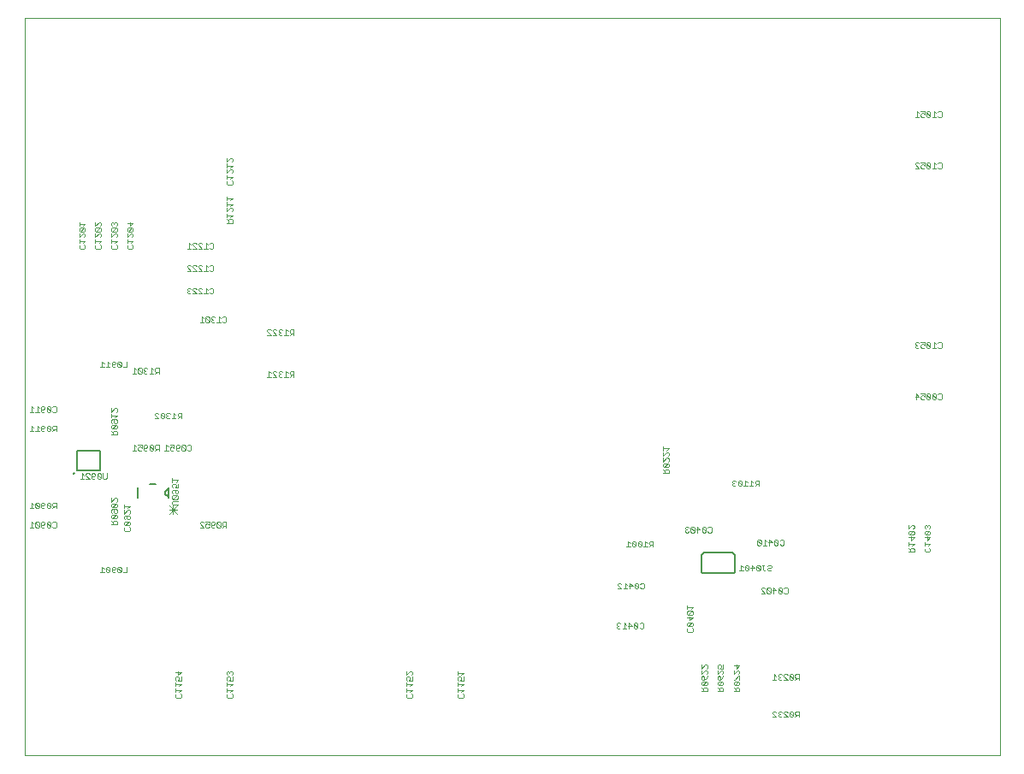
<source format=gbo>
G75*
%MOIN*%
%OFA0B0*%
%FSLAX25Y25*%
%IPPOS*%
%LPD*%
%AMOC8*
5,1,8,0,0,1.08239X$1,22.5*
%
%ADD10C,0.00000*%
%ADD11C,0.00200*%
%ADD12C,0.00600*%
%ADD13C,0.00492*%
%ADD14C,0.00500*%
%ADD15C,0.00300*%
D10*
X0025625Y0086626D02*
X0025625Y0374126D01*
X0405625Y0374126D01*
X0405625Y0086626D01*
X0025625Y0086626D01*
D11*
X0084475Y0109593D02*
X0084475Y0110327D01*
X0084842Y0110694D01*
X0084475Y0111436D02*
X0084475Y0112904D01*
X0084475Y0112170D02*
X0086677Y0112170D01*
X0085943Y0111436D01*
X0086310Y0110694D02*
X0086677Y0110327D01*
X0086677Y0109593D01*
X0086310Y0109226D01*
X0084842Y0109226D01*
X0084475Y0109593D01*
X0084475Y0113646D02*
X0084475Y0115114D01*
X0084475Y0114380D02*
X0086677Y0114380D01*
X0085943Y0113646D01*
X0085576Y0115856D02*
X0085943Y0116590D01*
X0085943Y0116957D01*
X0085576Y0117324D01*
X0084842Y0117324D01*
X0084475Y0116957D01*
X0084475Y0116223D01*
X0084842Y0115856D01*
X0085576Y0115856D02*
X0086677Y0115856D01*
X0086677Y0117324D01*
X0085576Y0118066D02*
X0085576Y0119534D01*
X0086677Y0119167D02*
X0085576Y0118066D01*
X0084475Y0119167D02*
X0086677Y0119167D01*
X0104475Y0119167D02*
X0104475Y0118433D01*
X0104842Y0118066D01*
X0104842Y0117324D02*
X0104475Y0116957D01*
X0104475Y0116223D01*
X0104842Y0115856D01*
X0105576Y0115856D02*
X0105943Y0116590D01*
X0105943Y0116957D01*
X0105576Y0117324D01*
X0104842Y0117324D01*
X0105576Y0115856D02*
X0106677Y0115856D01*
X0106677Y0117324D01*
X0106310Y0118066D02*
X0106677Y0118433D01*
X0106677Y0119167D01*
X0106310Y0119534D01*
X0105943Y0119534D01*
X0105576Y0119167D01*
X0105209Y0119534D01*
X0104842Y0119534D01*
X0104475Y0119167D01*
X0105576Y0119167D02*
X0105576Y0118800D01*
X0104475Y0115114D02*
X0104475Y0113646D01*
X0104475Y0114380D02*
X0106677Y0114380D01*
X0105943Y0113646D01*
X0104475Y0112904D02*
X0104475Y0111436D01*
X0104475Y0112170D02*
X0106677Y0112170D01*
X0105943Y0111436D01*
X0106310Y0110694D02*
X0106677Y0110327D01*
X0106677Y0109593D01*
X0106310Y0109226D01*
X0104842Y0109226D01*
X0104475Y0109593D01*
X0104475Y0110327D01*
X0104842Y0110694D01*
X0065525Y0157976D02*
X0064057Y0157976D01*
X0063315Y0158343D02*
X0061847Y0159811D01*
X0061847Y0158343D01*
X0062214Y0157976D01*
X0062948Y0157976D01*
X0063315Y0158343D01*
X0063315Y0159811D01*
X0062948Y0160178D01*
X0062214Y0160178D01*
X0061847Y0159811D01*
X0061105Y0159811D02*
X0061105Y0159444D01*
X0060738Y0159077D01*
X0059637Y0159077D01*
X0059637Y0158343D02*
X0059637Y0159811D01*
X0060004Y0160178D01*
X0060738Y0160178D01*
X0061105Y0159811D01*
X0061105Y0158343D02*
X0060738Y0157976D01*
X0060004Y0157976D01*
X0059637Y0158343D01*
X0058895Y0158343D02*
X0057427Y0159811D01*
X0057427Y0158343D01*
X0057794Y0157976D01*
X0058528Y0157976D01*
X0058895Y0158343D01*
X0058895Y0159811D01*
X0058528Y0160178D01*
X0057794Y0160178D01*
X0057427Y0159811D01*
X0056685Y0159444D02*
X0055952Y0160178D01*
X0055952Y0157976D01*
X0056685Y0157976D02*
X0055218Y0157976D01*
X0065525Y0157976D02*
X0065525Y0160178D01*
X0064842Y0174226D02*
X0064475Y0174593D01*
X0064475Y0175327D01*
X0064842Y0175694D01*
X0064842Y0176436D02*
X0066310Y0177904D01*
X0064842Y0177904D01*
X0064475Y0177537D01*
X0064475Y0176803D01*
X0064842Y0176436D01*
X0066310Y0176436D01*
X0066677Y0176803D01*
X0066677Y0177537D01*
X0066310Y0177904D01*
X0066310Y0178646D02*
X0065943Y0178646D01*
X0065576Y0179013D01*
X0065576Y0180114D01*
X0066310Y0180114D02*
X0066677Y0179747D01*
X0066677Y0179013D01*
X0066310Y0178646D01*
X0064842Y0178646D02*
X0064475Y0179013D01*
X0064475Y0179747D01*
X0064842Y0180114D01*
X0066310Y0180114D01*
X0066310Y0180856D02*
X0066677Y0181223D01*
X0066677Y0181957D01*
X0066310Y0182324D01*
X0065943Y0182324D01*
X0064475Y0180856D01*
X0064475Y0182324D01*
X0064475Y0183066D02*
X0064475Y0184534D01*
X0064475Y0183800D02*
X0066677Y0183800D01*
X0065943Y0183066D01*
X0061677Y0183723D02*
X0061677Y0184457D01*
X0061310Y0184824D01*
X0059842Y0183356D01*
X0059475Y0183723D01*
X0059475Y0184457D01*
X0059842Y0184824D01*
X0061310Y0184824D01*
X0061310Y0185566D02*
X0061677Y0185933D01*
X0061677Y0186667D01*
X0061310Y0187034D01*
X0060943Y0187034D01*
X0059475Y0185566D01*
X0059475Y0187034D01*
X0059842Y0183356D02*
X0061310Y0183356D01*
X0061677Y0183723D01*
X0061310Y0182614D02*
X0061677Y0182247D01*
X0061677Y0181513D01*
X0061310Y0181146D01*
X0060943Y0181146D01*
X0060576Y0181513D01*
X0060576Y0182614D01*
X0059842Y0182614D02*
X0061310Y0182614D01*
X0059842Y0182614D02*
X0059475Y0182247D01*
X0059475Y0181513D01*
X0059842Y0181146D01*
X0059842Y0180404D02*
X0059475Y0180037D01*
X0059475Y0179303D01*
X0059842Y0178936D01*
X0061310Y0180404D01*
X0059842Y0180404D01*
X0059842Y0178936D02*
X0061310Y0178936D01*
X0061677Y0179303D01*
X0061677Y0180037D01*
X0061310Y0180404D01*
X0061310Y0178194D02*
X0060576Y0178194D01*
X0060209Y0177827D01*
X0060209Y0176726D01*
X0059475Y0176726D02*
X0061677Y0176726D01*
X0061677Y0177827D01*
X0061310Y0178194D01*
X0060209Y0177460D02*
X0059475Y0178194D01*
X0064842Y0174226D02*
X0066310Y0174226D01*
X0066677Y0174593D01*
X0066677Y0175327D01*
X0066310Y0175694D01*
X0083225Y0184743D02*
X0083225Y0185477D01*
X0083592Y0185844D01*
X0085427Y0185844D01*
X0085060Y0186586D02*
X0085427Y0186953D01*
X0085427Y0187687D01*
X0085060Y0188054D01*
X0083592Y0186586D01*
X0083225Y0186953D01*
X0083225Y0187687D01*
X0083592Y0188054D01*
X0085060Y0188054D01*
X0085060Y0188796D02*
X0084693Y0188796D01*
X0084326Y0189163D01*
X0084326Y0190264D01*
X0085060Y0190264D02*
X0085427Y0189897D01*
X0085427Y0189163D01*
X0085060Y0188796D01*
X0083592Y0188796D02*
X0083225Y0189163D01*
X0083225Y0189897D01*
X0083592Y0190264D01*
X0085060Y0190264D01*
X0085427Y0191006D02*
X0084326Y0191006D01*
X0084693Y0191740D01*
X0084693Y0192107D01*
X0084326Y0192474D01*
X0083592Y0192474D01*
X0083225Y0192107D01*
X0083225Y0191373D01*
X0083592Y0191006D01*
X0085427Y0191006D02*
X0085427Y0192474D01*
X0084693Y0193216D02*
X0085427Y0193950D01*
X0083225Y0193950D01*
X0083225Y0193216D02*
X0083225Y0194684D01*
X0083592Y0186586D02*
X0085060Y0186586D01*
X0085427Y0184376D02*
X0083592Y0184376D01*
X0083225Y0184743D01*
X0093968Y0177311D02*
X0094335Y0177678D01*
X0095069Y0177678D01*
X0095435Y0177311D01*
X0096177Y0177678D02*
X0097645Y0177678D01*
X0097645Y0176577D01*
X0096911Y0176944D01*
X0096544Y0176944D01*
X0096177Y0176577D01*
X0096177Y0175843D01*
X0096544Y0175476D01*
X0097278Y0175476D01*
X0097645Y0175843D01*
X0098387Y0175843D02*
X0098387Y0177311D01*
X0098754Y0177678D01*
X0099488Y0177678D01*
X0099855Y0177311D01*
X0099855Y0176944D01*
X0099488Y0176577D01*
X0098387Y0176577D01*
X0098387Y0175843D02*
X0098754Y0175476D01*
X0099488Y0175476D01*
X0099855Y0175843D01*
X0100597Y0175843D02*
X0100964Y0175476D01*
X0101698Y0175476D01*
X0102065Y0175843D01*
X0100597Y0177311D01*
X0100597Y0175843D01*
X0102065Y0175843D02*
X0102065Y0177311D01*
X0101698Y0177678D01*
X0100964Y0177678D01*
X0100597Y0177311D01*
X0102807Y0177311D02*
X0102807Y0176577D01*
X0103174Y0176210D01*
X0104275Y0176210D01*
X0104275Y0175476D02*
X0104275Y0177678D01*
X0103174Y0177678D01*
X0102807Y0177311D01*
X0103541Y0176210D02*
X0102807Y0175476D01*
X0095435Y0175476D02*
X0093968Y0176944D01*
X0093968Y0177311D01*
X0093968Y0175476D02*
X0095435Y0175476D01*
X0090158Y0205476D02*
X0089424Y0205476D01*
X0089057Y0205843D01*
X0088315Y0205843D02*
X0086847Y0207311D01*
X0086847Y0205843D01*
X0087214Y0205476D01*
X0087948Y0205476D01*
X0088315Y0205843D01*
X0088315Y0207311D01*
X0087948Y0207678D01*
X0087214Y0207678D01*
X0086847Y0207311D01*
X0086105Y0207311D02*
X0086105Y0206944D01*
X0085738Y0206577D01*
X0084637Y0206577D01*
X0084637Y0205843D02*
X0084637Y0207311D01*
X0085004Y0207678D01*
X0085738Y0207678D01*
X0086105Y0207311D01*
X0086105Y0205843D02*
X0085738Y0205476D01*
X0085004Y0205476D01*
X0084637Y0205843D01*
X0083895Y0205843D02*
X0083528Y0205476D01*
X0082794Y0205476D01*
X0082427Y0205843D01*
X0082427Y0206577D01*
X0082794Y0206944D01*
X0083161Y0206944D01*
X0083895Y0206577D01*
X0083895Y0207678D01*
X0082427Y0207678D01*
X0081685Y0206944D02*
X0080952Y0207678D01*
X0080952Y0205476D01*
X0081685Y0205476D02*
X0080218Y0205476D01*
X0078025Y0205476D02*
X0078025Y0207678D01*
X0076924Y0207678D01*
X0076557Y0207311D01*
X0076557Y0206577D01*
X0076924Y0206210D01*
X0078025Y0206210D01*
X0077291Y0206210D02*
X0076557Y0205476D01*
X0075815Y0205843D02*
X0074347Y0207311D01*
X0074347Y0205843D01*
X0074714Y0205476D01*
X0075448Y0205476D01*
X0075815Y0205843D01*
X0075815Y0207311D01*
X0075448Y0207678D01*
X0074714Y0207678D01*
X0074347Y0207311D01*
X0073605Y0207311D02*
X0073238Y0207678D01*
X0072504Y0207678D01*
X0072137Y0207311D01*
X0072137Y0205843D01*
X0072504Y0205476D01*
X0073238Y0205476D01*
X0073605Y0205843D01*
X0073238Y0206577D02*
X0072137Y0206577D01*
X0071395Y0206577D02*
X0070661Y0206944D01*
X0070294Y0206944D01*
X0069927Y0206577D01*
X0069927Y0205843D01*
X0070294Y0205476D01*
X0071028Y0205476D01*
X0071395Y0205843D01*
X0071395Y0206577D02*
X0071395Y0207678D01*
X0069927Y0207678D01*
X0069185Y0206944D02*
X0068452Y0207678D01*
X0068452Y0205476D01*
X0069185Y0205476D02*
X0067718Y0205476D01*
X0073238Y0206577D02*
X0073605Y0206944D01*
X0073605Y0207311D01*
X0061677Y0211726D02*
X0061677Y0212827D01*
X0061310Y0213194D01*
X0060576Y0213194D01*
X0060209Y0212827D01*
X0060209Y0211726D01*
X0059475Y0211726D02*
X0061677Y0211726D01*
X0060209Y0212460D02*
X0059475Y0213194D01*
X0059842Y0213936D02*
X0061310Y0215404D01*
X0059842Y0215404D01*
X0059475Y0215037D01*
X0059475Y0214303D01*
X0059842Y0213936D01*
X0061310Y0213936D01*
X0061677Y0214303D01*
X0061677Y0215037D01*
X0061310Y0215404D01*
X0061310Y0216146D02*
X0060943Y0216146D01*
X0060576Y0216513D01*
X0060576Y0217614D01*
X0061310Y0217614D02*
X0061677Y0217247D01*
X0061677Y0216513D01*
X0061310Y0216146D01*
X0059842Y0216146D02*
X0059475Y0216513D01*
X0059475Y0217247D01*
X0059842Y0217614D01*
X0061310Y0217614D01*
X0060943Y0218356D02*
X0061677Y0219090D01*
X0059475Y0219090D01*
X0059475Y0218356D02*
X0059475Y0219824D01*
X0059475Y0220566D02*
X0060943Y0222034D01*
X0061310Y0222034D01*
X0061677Y0221667D01*
X0061677Y0220933D01*
X0061310Y0220566D01*
X0059475Y0220566D02*
X0059475Y0222034D01*
X0076468Y0219811D02*
X0076835Y0220178D01*
X0077569Y0220178D01*
X0077935Y0219811D01*
X0078677Y0219811D02*
X0080145Y0218343D01*
X0079778Y0217976D01*
X0079044Y0217976D01*
X0078677Y0218343D01*
X0078677Y0219811D01*
X0079044Y0220178D01*
X0079778Y0220178D01*
X0080145Y0219811D01*
X0080145Y0218343D01*
X0080887Y0218343D02*
X0081254Y0217976D01*
X0081988Y0217976D01*
X0082355Y0218343D01*
X0083097Y0217976D02*
X0084565Y0217976D01*
X0083831Y0217976D02*
X0083831Y0220178D01*
X0084565Y0219444D01*
X0085307Y0219811D02*
X0085307Y0219077D01*
X0085674Y0218710D01*
X0086775Y0218710D01*
X0086775Y0217976D02*
X0086775Y0220178D01*
X0085674Y0220178D01*
X0085307Y0219811D01*
X0086041Y0218710D02*
X0085307Y0217976D01*
X0082355Y0219811D02*
X0081988Y0220178D01*
X0081254Y0220178D01*
X0080887Y0219811D01*
X0080887Y0219444D01*
X0081254Y0219077D01*
X0080887Y0218710D01*
X0080887Y0218343D01*
X0081254Y0219077D02*
X0081621Y0219077D01*
X0077935Y0217976D02*
X0076468Y0219444D01*
X0076468Y0219811D01*
X0076468Y0217976D02*
X0077935Y0217976D01*
X0089057Y0207311D02*
X0089424Y0207678D01*
X0090158Y0207678D01*
X0090525Y0207311D01*
X0090525Y0205843D01*
X0090158Y0205476D01*
X0057637Y0196607D02*
X0057637Y0194772D01*
X0057270Y0194405D01*
X0056536Y0194405D01*
X0056170Y0194772D01*
X0056170Y0196607D01*
X0055428Y0196240D02*
X0055061Y0196607D01*
X0054327Y0196607D01*
X0053960Y0196240D01*
X0055428Y0194772D01*
X0055061Y0194405D01*
X0054327Y0194405D01*
X0053960Y0194772D01*
X0053960Y0196240D01*
X0053218Y0196240D02*
X0053218Y0195873D01*
X0052851Y0195506D01*
X0051750Y0195506D01*
X0051750Y0194772D02*
X0051750Y0196240D01*
X0052117Y0196607D01*
X0052851Y0196607D01*
X0053218Y0196240D01*
X0053218Y0194772D02*
X0052851Y0194405D01*
X0052117Y0194405D01*
X0051750Y0194772D01*
X0051008Y0194405D02*
X0049540Y0195873D01*
X0049540Y0196240D01*
X0049907Y0196607D01*
X0050641Y0196607D01*
X0051008Y0196240D01*
X0051008Y0194405D02*
X0049540Y0194405D01*
X0048798Y0194405D02*
X0047330Y0194405D01*
X0048064Y0194405D02*
X0048064Y0196607D01*
X0048798Y0195873D01*
X0055428Y0196240D02*
X0055428Y0194772D01*
X0038025Y0185178D02*
X0038025Y0182976D01*
X0038025Y0183710D02*
X0036924Y0183710D01*
X0036557Y0184077D01*
X0036557Y0184811D01*
X0036924Y0185178D01*
X0038025Y0185178D01*
X0037291Y0183710D02*
X0036557Y0182976D01*
X0035815Y0183343D02*
X0034347Y0184811D01*
X0034347Y0183343D01*
X0034714Y0182976D01*
X0035448Y0182976D01*
X0035815Y0183343D01*
X0035815Y0184811D01*
X0035448Y0185178D01*
X0034714Y0185178D01*
X0034347Y0184811D01*
X0033605Y0184811D02*
X0033605Y0184444D01*
X0033238Y0184077D01*
X0032137Y0184077D01*
X0032137Y0183343D02*
X0032137Y0184811D01*
X0032504Y0185178D01*
X0033238Y0185178D01*
X0033605Y0184811D01*
X0033605Y0183343D02*
X0033238Y0182976D01*
X0032504Y0182976D01*
X0032137Y0183343D01*
X0031395Y0183343D02*
X0029927Y0184811D01*
X0029927Y0183343D01*
X0030294Y0182976D01*
X0031028Y0182976D01*
X0031395Y0183343D01*
X0031395Y0184811D01*
X0031028Y0185178D01*
X0030294Y0185178D01*
X0029927Y0184811D01*
X0029185Y0184444D02*
X0028452Y0185178D01*
X0028452Y0182976D01*
X0029185Y0182976D02*
X0027718Y0182976D01*
X0028452Y0177678D02*
X0028452Y0175476D01*
X0029185Y0175476D02*
X0027718Y0175476D01*
X0029185Y0176944D02*
X0028452Y0177678D01*
X0029927Y0177311D02*
X0031395Y0175843D01*
X0031028Y0175476D01*
X0030294Y0175476D01*
X0029927Y0175843D01*
X0029927Y0177311D01*
X0030294Y0177678D01*
X0031028Y0177678D01*
X0031395Y0177311D01*
X0031395Y0175843D01*
X0032137Y0175843D02*
X0032137Y0177311D01*
X0032504Y0177678D01*
X0033238Y0177678D01*
X0033605Y0177311D01*
X0033605Y0176944D01*
X0033238Y0176577D01*
X0032137Y0176577D01*
X0032137Y0175843D02*
X0032504Y0175476D01*
X0033238Y0175476D01*
X0033605Y0175843D01*
X0034347Y0175843D02*
X0034714Y0175476D01*
X0035448Y0175476D01*
X0035815Y0175843D01*
X0034347Y0177311D01*
X0034347Y0175843D01*
X0035815Y0175843D02*
X0035815Y0177311D01*
X0035448Y0177678D01*
X0034714Y0177678D01*
X0034347Y0177311D01*
X0036557Y0177311D02*
X0036924Y0177678D01*
X0037658Y0177678D01*
X0038025Y0177311D01*
X0038025Y0175843D01*
X0037658Y0175476D01*
X0036924Y0175476D01*
X0036557Y0175843D01*
X0036557Y0212976D02*
X0037291Y0213710D01*
X0036924Y0213710D02*
X0038025Y0213710D01*
X0038025Y0212976D02*
X0038025Y0215178D01*
X0036924Y0215178D01*
X0036557Y0214811D01*
X0036557Y0214077D01*
X0036924Y0213710D01*
X0035815Y0213343D02*
X0034347Y0214811D01*
X0034347Y0213343D01*
X0034714Y0212976D01*
X0035448Y0212976D01*
X0035815Y0213343D01*
X0035815Y0214811D01*
X0035448Y0215178D01*
X0034714Y0215178D01*
X0034347Y0214811D01*
X0033605Y0214811D02*
X0033605Y0214444D01*
X0033238Y0214077D01*
X0032137Y0214077D01*
X0032137Y0213343D02*
X0032137Y0214811D01*
X0032504Y0215178D01*
X0033238Y0215178D01*
X0033605Y0214811D01*
X0033605Y0213343D02*
X0033238Y0212976D01*
X0032504Y0212976D01*
X0032137Y0213343D01*
X0031395Y0212976D02*
X0029927Y0212976D01*
X0030661Y0212976D02*
X0030661Y0215178D01*
X0031395Y0214444D01*
X0029185Y0214444D02*
X0028452Y0215178D01*
X0028452Y0212976D01*
X0029185Y0212976D02*
X0027718Y0212976D01*
X0027718Y0220476D02*
X0029185Y0220476D01*
X0028452Y0220476D02*
X0028452Y0222678D01*
X0029185Y0221944D01*
X0029927Y0220476D02*
X0031395Y0220476D01*
X0030661Y0220476D02*
X0030661Y0222678D01*
X0031395Y0221944D01*
X0032137Y0221577D02*
X0033238Y0221577D01*
X0033605Y0221944D01*
X0033605Y0222311D01*
X0033238Y0222678D01*
X0032504Y0222678D01*
X0032137Y0222311D01*
X0032137Y0220843D01*
X0032504Y0220476D01*
X0033238Y0220476D01*
X0033605Y0220843D01*
X0034347Y0220843D02*
X0034714Y0220476D01*
X0035448Y0220476D01*
X0035815Y0220843D01*
X0034347Y0222311D01*
X0034347Y0220843D01*
X0035815Y0220843D02*
X0035815Y0222311D01*
X0035448Y0222678D01*
X0034714Y0222678D01*
X0034347Y0222311D01*
X0036557Y0222311D02*
X0036924Y0222678D01*
X0037658Y0222678D01*
X0038025Y0222311D01*
X0038025Y0220843D01*
X0037658Y0220476D01*
X0036924Y0220476D01*
X0036557Y0220843D01*
X0055218Y0237976D02*
X0056685Y0237976D01*
X0055952Y0237976D02*
X0055952Y0240178D01*
X0056685Y0239444D01*
X0057427Y0237976D02*
X0058895Y0237976D01*
X0058161Y0237976D02*
X0058161Y0240178D01*
X0058895Y0239444D01*
X0059637Y0239077D02*
X0060738Y0239077D01*
X0061105Y0239444D01*
X0061105Y0239811D01*
X0060738Y0240178D01*
X0060004Y0240178D01*
X0059637Y0239811D01*
X0059637Y0238343D01*
X0060004Y0237976D01*
X0060738Y0237976D01*
X0061105Y0238343D01*
X0061847Y0238343D02*
X0062214Y0237976D01*
X0062948Y0237976D01*
X0063315Y0238343D01*
X0061847Y0239811D01*
X0061847Y0238343D01*
X0063315Y0238343D02*
X0063315Y0239811D01*
X0062948Y0240178D01*
X0062214Y0240178D01*
X0061847Y0239811D01*
X0064057Y0237976D02*
X0065525Y0237976D01*
X0065525Y0240178D01*
X0068452Y0237678D02*
X0068452Y0235476D01*
X0069185Y0235476D02*
X0067718Y0235476D01*
X0069185Y0236944D02*
X0068452Y0237678D01*
X0069927Y0237311D02*
X0071395Y0235843D01*
X0071028Y0235476D01*
X0070294Y0235476D01*
X0069927Y0235843D01*
X0069927Y0237311D01*
X0070294Y0237678D01*
X0071028Y0237678D01*
X0071395Y0237311D01*
X0071395Y0235843D01*
X0072137Y0235843D02*
X0072504Y0235476D01*
X0073238Y0235476D01*
X0073605Y0235843D01*
X0074347Y0235476D02*
X0075815Y0235476D01*
X0075081Y0235476D02*
X0075081Y0237678D01*
X0075815Y0236944D01*
X0076557Y0236577D02*
X0076924Y0236210D01*
X0078025Y0236210D01*
X0078025Y0235476D02*
X0078025Y0237678D01*
X0076924Y0237678D01*
X0076557Y0237311D01*
X0076557Y0236577D01*
X0077291Y0236210D02*
X0076557Y0235476D01*
X0073605Y0237311D02*
X0073238Y0237678D01*
X0072504Y0237678D01*
X0072137Y0237311D01*
X0072137Y0236944D01*
X0072504Y0236577D01*
X0072137Y0236210D01*
X0072137Y0235843D01*
X0072504Y0236577D02*
X0072871Y0236577D01*
X0093968Y0255476D02*
X0095435Y0255476D01*
X0094702Y0255476D02*
X0094702Y0257678D01*
X0095435Y0256944D01*
X0096177Y0257311D02*
X0097645Y0255843D01*
X0097278Y0255476D01*
X0096544Y0255476D01*
X0096177Y0255843D01*
X0096177Y0257311D01*
X0096544Y0257678D01*
X0097278Y0257678D01*
X0097645Y0257311D01*
X0097645Y0255843D01*
X0098387Y0255843D02*
X0098754Y0255476D01*
X0099488Y0255476D01*
X0099855Y0255843D01*
X0100597Y0255476D02*
X0102065Y0255476D01*
X0101331Y0255476D02*
X0101331Y0257678D01*
X0102065Y0256944D01*
X0102807Y0257311D02*
X0103174Y0257678D01*
X0103908Y0257678D01*
X0104275Y0257311D01*
X0104275Y0255843D01*
X0103908Y0255476D01*
X0103174Y0255476D01*
X0102807Y0255843D01*
X0099855Y0257311D02*
X0099488Y0257678D01*
X0098754Y0257678D01*
X0098387Y0257311D01*
X0098387Y0256944D01*
X0098754Y0256577D01*
X0098387Y0256210D01*
X0098387Y0255843D01*
X0098754Y0256577D02*
X0099121Y0256577D01*
X0098908Y0266726D02*
X0098174Y0266726D01*
X0097807Y0267093D01*
X0097065Y0266726D02*
X0095597Y0266726D01*
X0096331Y0266726D02*
X0096331Y0268928D01*
X0097065Y0268194D01*
X0097807Y0268561D02*
X0098174Y0268928D01*
X0098908Y0268928D01*
X0099275Y0268561D01*
X0099275Y0267093D01*
X0098908Y0266726D01*
X0094855Y0266726D02*
X0093387Y0268194D01*
X0093387Y0268561D01*
X0093754Y0268928D01*
X0094488Y0268928D01*
X0094855Y0268561D01*
X0094855Y0266726D02*
X0093387Y0266726D01*
X0092645Y0266726D02*
X0091177Y0268194D01*
X0091177Y0268561D01*
X0091544Y0268928D01*
X0092278Y0268928D01*
X0092645Y0268561D01*
X0092645Y0266726D02*
X0091177Y0266726D01*
X0090435Y0267093D02*
X0090069Y0266726D01*
X0089335Y0266726D01*
X0088968Y0267093D01*
X0088968Y0267460D01*
X0089335Y0267827D01*
X0089702Y0267827D01*
X0089335Y0267827D02*
X0088968Y0268194D01*
X0088968Y0268561D01*
X0089335Y0268928D01*
X0090069Y0268928D01*
X0090435Y0268561D01*
X0090435Y0275476D02*
X0088968Y0276944D01*
X0088968Y0277311D01*
X0089335Y0277678D01*
X0090069Y0277678D01*
X0090435Y0277311D01*
X0091177Y0277311D02*
X0091544Y0277678D01*
X0092278Y0277678D01*
X0092645Y0277311D01*
X0093387Y0277311D02*
X0093754Y0277678D01*
X0094488Y0277678D01*
X0094855Y0277311D01*
X0093387Y0277311D02*
X0093387Y0276944D01*
X0094855Y0275476D01*
X0093387Y0275476D01*
X0092645Y0275476D02*
X0091177Y0276944D01*
X0091177Y0277311D01*
X0091177Y0275476D02*
X0092645Y0275476D01*
X0090435Y0275476D02*
X0088968Y0275476D01*
X0095597Y0275476D02*
X0097065Y0275476D01*
X0096331Y0275476D02*
X0096331Y0277678D01*
X0097065Y0276944D01*
X0097807Y0277311D02*
X0098174Y0277678D01*
X0098908Y0277678D01*
X0099275Y0277311D01*
X0099275Y0275843D01*
X0098908Y0275476D01*
X0098174Y0275476D01*
X0097807Y0275843D01*
X0098174Y0284226D02*
X0097807Y0284593D01*
X0098174Y0284226D02*
X0098908Y0284226D01*
X0099275Y0284593D01*
X0099275Y0286061D01*
X0098908Y0286428D01*
X0098174Y0286428D01*
X0097807Y0286061D01*
X0097065Y0285694D02*
X0096331Y0286428D01*
X0096331Y0284226D01*
X0097065Y0284226D02*
X0095597Y0284226D01*
X0094855Y0284226D02*
X0093387Y0285694D01*
X0093387Y0286061D01*
X0093754Y0286428D01*
X0094488Y0286428D01*
X0094855Y0286061D01*
X0094855Y0284226D02*
X0093387Y0284226D01*
X0092645Y0284226D02*
X0091177Y0285694D01*
X0091177Y0286061D01*
X0091544Y0286428D01*
X0092278Y0286428D01*
X0092645Y0286061D01*
X0092645Y0284226D02*
X0091177Y0284226D01*
X0090435Y0284226D02*
X0088968Y0284226D01*
X0089702Y0284226D02*
X0089702Y0286428D01*
X0090435Y0285694D01*
X0104475Y0294226D02*
X0106677Y0294226D01*
X0106677Y0295327D01*
X0106310Y0295694D01*
X0105576Y0295694D01*
X0105209Y0295327D01*
X0105209Y0294226D01*
X0105209Y0294960D02*
X0104475Y0295694D01*
X0104475Y0296436D02*
X0104475Y0297904D01*
X0104475Y0297170D02*
X0106677Y0297170D01*
X0105943Y0296436D01*
X0106310Y0298646D02*
X0106677Y0299013D01*
X0106677Y0299747D01*
X0106310Y0300114D01*
X0105943Y0300114D01*
X0104475Y0298646D01*
X0104475Y0300114D01*
X0104475Y0300856D02*
X0104475Y0302324D01*
X0104475Y0301590D02*
X0106677Y0301590D01*
X0105943Y0300856D01*
X0105943Y0303066D02*
X0106677Y0303800D01*
X0104475Y0303800D01*
X0104475Y0303066D02*
X0104475Y0304534D01*
X0104842Y0309226D02*
X0104475Y0309593D01*
X0104475Y0310327D01*
X0104842Y0310694D01*
X0104475Y0311436D02*
X0104475Y0312904D01*
X0104475Y0312170D02*
X0106677Y0312170D01*
X0105943Y0311436D01*
X0106310Y0310694D02*
X0106677Y0310327D01*
X0106677Y0309593D01*
X0106310Y0309226D01*
X0104842Y0309226D01*
X0104475Y0313646D02*
X0105943Y0315114D01*
X0106310Y0315114D01*
X0106677Y0314747D01*
X0106677Y0314013D01*
X0106310Y0313646D01*
X0104475Y0313646D02*
X0104475Y0315114D01*
X0104475Y0315856D02*
X0104475Y0317324D01*
X0104475Y0316590D02*
X0106677Y0316590D01*
X0105943Y0315856D01*
X0106310Y0318066D02*
X0106677Y0318433D01*
X0106677Y0319167D01*
X0106310Y0319534D01*
X0105943Y0319534D01*
X0104475Y0318066D01*
X0104475Y0319534D01*
X0067927Y0294167D02*
X0066826Y0293066D01*
X0066826Y0294534D01*
X0065725Y0294167D02*
X0067927Y0294167D01*
X0067560Y0292324D02*
X0066092Y0290856D01*
X0065725Y0291223D01*
X0065725Y0291957D01*
X0066092Y0292324D01*
X0067560Y0292324D01*
X0067927Y0291957D01*
X0067927Y0291223D01*
X0067560Y0290856D01*
X0066092Y0290856D01*
X0065725Y0290114D02*
X0065725Y0288646D01*
X0067193Y0290114D01*
X0067560Y0290114D01*
X0067927Y0289747D01*
X0067927Y0289013D01*
X0067560Y0288646D01*
X0067927Y0287170D02*
X0065725Y0287170D01*
X0065725Y0286436D02*
X0065725Y0287904D01*
X0067193Y0286436D02*
X0067927Y0287170D01*
X0067560Y0285694D02*
X0067927Y0285327D01*
X0067927Y0284593D01*
X0067560Y0284226D01*
X0066092Y0284226D01*
X0065725Y0284593D01*
X0065725Y0285327D01*
X0066092Y0285694D01*
X0061677Y0285327D02*
X0061677Y0284593D01*
X0061310Y0284226D01*
X0059842Y0284226D01*
X0059475Y0284593D01*
X0059475Y0285327D01*
X0059842Y0285694D01*
X0059475Y0286436D02*
X0059475Y0287904D01*
X0059475Y0287170D02*
X0061677Y0287170D01*
X0060943Y0286436D01*
X0061310Y0285694D02*
X0061677Y0285327D01*
X0061310Y0288646D02*
X0061677Y0289013D01*
X0061677Y0289747D01*
X0061310Y0290114D01*
X0060943Y0290114D01*
X0059475Y0288646D01*
X0059475Y0290114D01*
X0059842Y0290856D02*
X0061310Y0292324D01*
X0059842Y0292324D01*
X0059475Y0291957D01*
X0059475Y0291223D01*
X0059842Y0290856D01*
X0061310Y0290856D01*
X0061677Y0291223D01*
X0061677Y0291957D01*
X0061310Y0292324D01*
X0061310Y0293066D02*
X0061677Y0293433D01*
X0061677Y0294167D01*
X0061310Y0294534D01*
X0060943Y0294534D01*
X0060576Y0294167D01*
X0060209Y0294534D01*
X0059842Y0294534D01*
X0059475Y0294167D01*
X0059475Y0293433D01*
X0059842Y0293066D01*
X0060576Y0293800D02*
X0060576Y0294167D01*
X0055427Y0294167D02*
X0055427Y0293433D01*
X0055060Y0293066D01*
X0055060Y0292324D02*
X0053592Y0290856D01*
X0053225Y0291223D01*
X0053225Y0291957D01*
X0053592Y0292324D01*
X0055060Y0292324D01*
X0055427Y0291957D01*
X0055427Y0291223D01*
X0055060Y0290856D01*
X0053592Y0290856D01*
X0053225Y0290114D02*
X0053225Y0288646D01*
X0054693Y0290114D01*
X0055060Y0290114D01*
X0055427Y0289747D01*
X0055427Y0289013D01*
X0055060Y0288646D01*
X0055427Y0287170D02*
X0053225Y0287170D01*
X0053225Y0286436D02*
X0053225Y0287904D01*
X0054693Y0286436D02*
X0055427Y0287170D01*
X0055060Y0285694D02*
X0055427Y0285327D01*
X0055427Y0284593D01*
X0055060Y0284226D01*
X0053592Y0284226D01*
X0053225Y0284593D01*
X0053225Y0285327D01*
X0053592Y0285694D01*
X0049177Y0285327D02*
X0049177Y0284593D01*
X0048810Y0284226D01*
X0047342Y0284226D01*
X0046975Y0284593D01*
X0046975Y0285327D01*
X0047342Y0285694D01*
X0046975Y0286436D02*
X0046975Y0287904D01*
X0046975Y0287170D02*
X0049177Y0287170D01*
X0048443Y0286436D01*
X0048810Y0285694D02*
X0049177Y0285327D01*
X0048810Y0288646D02*
X0049177Y0289013D01*
X0049177Y0289747D01*
X0048810Y0290114D01*
X0048443Y0290114D01*
X0046975Y0288646D01*
X0046975Y0290114D01*
X0047342Y0290856D02*
X0048810Y0292324D01*
X0047342Y0292324D01*
X0046975Y0291957D01*
X0046975Y0291223D01*
X0047342Y0290856D01*
X0048810Y0290856D01*
X0049177Y0291223D01*
X0049177Y0291957D01*
X0048810Y0292324D01*
X0048443Y0293066D02*
X0049177Y0293800D01*
X0046975Y0293800D01*
X0046975Y0293066D02*
X0046975Y0294534D01*
X0053225Y0294534D02*
X0053225Y0293066D01*
X0054693Y0294534D01*
X0055060Y0294534D01*
X0055427Y0294167D01*
X0120218Y0252311D02*
X0120585Y0252678D01*
X0121319Y0252678D01*
X0121685Y0252311D01*
X0122427Y0252311D02*
X0122794Y0252678D01*
X0123528Y0252678D01*
X0123895Y0252311D01*
X0124637Y0252311D02*
X0124637Y0251944D01*
X0125004Y0251577D01*
X0124637Y0251210D01*
X0124637Y0250843D01*
X0125004Y0250476D01*
X0125738Y0250476D01*
X0126105Y0250843D01*
X0126847Y0250476D02*
X0128315Y0250476D01*
X0127581Y0250476D02*
X0127581Y0252678D01*
X0128315Y0251944D01*
X0129057Y0251577D02*
X0129424Y0251210D01*
X0130525Y0251210D01*
X0130525Y0250476D02*
X0130525Y0252678D01*
X0129424Y0252678D01*
X0129057Y0252311D01*
X0129057Y0251577D01*
X0129791Y0251210D02*
X0129057Y0250476D01*
X0126105Y0252311D02*
X0125738Y0252678D01*
X0125004Y0252678D01*
X0124637Y0252311D01*
X0125004Y0251577D02*
X0125371Y0251577D01*
X0123895Y0250476D02*
X0122427Y0250476D01*
X0121685Y0250476D02*
X0120218Y0251944D01*
X0120218Y0252311D01*
X0120218Y0250476D02*
X0121685Y0250476D01*
X0122427Y0251944D02*
X0122427Y0252311D01*
X0122427Y0251944D02*
X0123895Y0250476D01*
X0123528Y0236428D02*
X0122794Y0236428D01*
X0122427Y0236061D01*
X0122427Y0235694D01*
X0123895Y0234226D01*
X0122427Y0234226D01*
X0121685Y0234226D02*
X0120218Y0234226D01*
X0120952Y0234226D02*
X0120952Y0236428D01*
X0121685Y0235694D01*
X0123528Y0236428D02*
X0123895Y0236061D01*
X0124637Y0236061D02*
X0124637Y0235694D01*
X0125004Y0235327D01*
X0124637Y0234960D01*
X0124637Y0234593D01*
X0125004Y0234226D01*
X0125738Y0234226D01*
X0126105Y0234593D01*
X0126847Y0234226D02*
X0128315Y0234226D01*
X0127581Y0234226D02*
X0127581Y0236428D01*
X0128315Y0235694D01*
X0129057Y0235327D02*
X0129424Y0234960D01*
X0130525Y0234960D01*
X0130525Y0234226D02*
X0130525Y0236428D01*
X0129424Y0236428D01*
X0129057Y0236061D01*
X0129057Y0235327D01*
X0129791Y0234960D02*
X0129057Y0234226D01*
X0126105Y0236061D02*
X0125738Y0236428D01*
X0125004Y0236428D01*
X0124637Y0236061D01*
X0125004Y0235327D02*
X0125371Y0235327D01*
X0260218Y0167976D02*
X0261685Y0167976D01*
X0260952Y0167976D02*
X0260952Y0170178D01*
X0261685Y0169444D01*
X0262427Y0169811D02*
X0263895Y0168343D01*
X0263528Y0167976D01*
X0262794Y0167976D01*
X0262427Y0168343D01*
X0262427Y0169811D01*
X0262794Y0170178D01*
X0263528Y0170178D01*
X0263895Y0169811D01*
X0263895Y0168343D01*
X0264637Y0168343D02*
X0265004Y0167976D01*
X0265738Y0167976D01*
X0266105Y0168343D01*
X0264637Y0169811D01*
X0264637Y0168343D01*
X0266105Y0168343D02*
X0266105Y0169811D01*
X0265738Y0170178D01*
X0265004Y0170178D01*
X0264637Y0169811D01*
X0266847Y0167976D02*
X0268315Y0167976D01*
X0267581Y0167976D02*
X0267581Y0170178D01*
X0268315Y0169444D01*
X0269057Y0169077D02*
X0269424Y0168710D01*
X0270525Y0168710D01*
X0270525Y0167976D02*
X0270525Y0170178D01*
X0269424Y0170178D01*
X0269057Y0169811D01*
X0269057Y0169077D01*
X0269791Y0168710D02*
X0269057Y0167976D01*
X0266721Y0153928D02*
X0267088Y0153561D01*
X0267088Y0152093D01*
X0266721Y0151726D01*
X0265987Y0151726D01*
X0265620Y0152093D01*
X0264878Y0152093D02*
X0263410Y0153561D01*
X0263410Y0152093D01*
X0263777Y0151726D01*
X0264511Y0151726D01*
X0264878Y0152093D01*
X0264878Y0153561D01*
X0264511Y0153928D01*
X0263777Y0153928D01*
X0263410Y0153561D01*
X0262668Y0152827D02*
X0261200Y0152827D01*
X0260458Y0153194D02*
X0259724Y0153928D01*
X0259724Y0151726D01*
X0260458Y0151726D02*
X0258990Y0151726D01*
X0258248Y0151726D02*
X0256780Y0153194D01*
X0256780Y0153561D01*
X0257147Y0153928D01*
X0257881Y0153928D01*
X0258248Y0153561D01*
X0258248Y0151726D02*
X0256780Y0151726D01*
X0261567Y0151726D02*
X0261567Y0153928D01*
X0262668Y0152827D01*
X0265620Y0153561D02*
X0265987Y0153928D01*
X0266721Y0153928D01*
X0283850Y0145159D02*
X0283850Y0143691D01*
X0283850Y0144425D02*
X0286052Y0144425D01*
X0285318Y0143691D01*
X0285685Y0142949D02*
X0284217Y0141481D01*
X0283850Y0141848D01*
X0283850Y0142582D01*
X0284217Y0142949D01*
X0285685Y0142949D01*
X0286052Y0142582D01*
X0286052Y0141848D01*
X0285685Y0141481D01*
X0284217Y0141481D01*
X0284951Y0140739D02*
X0284951Y0139271D01*
X0286052Y0140372D01*
X0283850Y0140372D01*
X0284217Y0138529D02*
X0283850Y0138162D01*
X0283850Y0137428D01*
X0284217Y0137061D01*
X0285685Y0138529D01*
X0284217Y0138529D01*
X0284217Y0137061D02*
X0285685Y0137061D01*
X0286052Y0137428D01*
X0286052Y0138162D01*
X0285685Y0138529D01*
X0285685Y0136319D02*
X0286052Y0135952D01*
X0286052Y0135218D01*
X0285685Y0134851D01*
X0284217Y0134851D01*
X0283850Y0135218D01*
X0283850Y0135952D01*
X0284217Y0136319D01*
X0289475Y0122034D02*
X0289475Y0120566D01*
X0290943Y0122034D01*
X0291310Y0122034D01*
X0291677Y0121667D01*
X0291677Y0120933D01*
X0291310Y0120566D01*
X0291310Y0119824D02*
X0291677Y0119457D01*
X0291677Y0118723D01*
X0291310Y0118356D01*
X0291677Y0117614D02*
X0291310Y0116880D01*
X0290576Y0116146D01*
X0290576Y0117247D01*
X0290209Y0117614D01*
X0289842Y0117614D01*
X0289475Y0117247D01*
X0289475Y0116513D01*
X0289842Y0116146D01*
X0290576Y0116146D01*
X0291310Y0115404D02*
X0289842Y0113936D01*
X0289475Y0114303D01*
X0289475Y0115037D01*
X0289842Y0115404D01*
X0291310Y0115404D01*
X0291677Y0115037D01*
X0291677Y0114303D01*
X0291310Y0113936D01*
X0289842Y0113936D01*
X0289475Y0113194D02*
X0290209Y0112460D01*
X0290209Y0112827D02*
X0290209Y0111726D01*
X0289475Y0111726D02*
X0291677Y0111726D01*
X0291677Y0112827D01*
X0291310Y0113194D01*
X0290576Y0113194D01*
X0290209Y0112827D01*
X0295725Y0113194D02*
X0296459Y0112460D01*
X0296459Y0112827D02*
X0296459Y0111726D01*
X0295725Y0111726D02*
X0297927Y0111726D01*
X0297927Y0112827D01*
X0297560Y0113194D01*
X0296826Y0113194D01*
X0296459Y0112827D01*
X0296092Y0113936D02*
X0297560Y0115404D01*
X0296092Y0115404D01*
X0295725Y0115037D01*
X0295725Y0114303D01*
X0296092Y0113936D01*
X0297560Y0113936D01*
X0297927Y0114303D01*
X0297927Y0115037D01*
X0297560Y0115404D01*
X0296826Y0116146D02*
X0296826Y0117247D01*
X0296459Y0117614D01*
X0296092Y0117614D01*
X0295725Y0117247D01*
X0295725Y0116513D01*
X0296092Y0116146D01*
X0296826Y0116146D01*
X0297560Y0116880D01*
X0297927Y0117614D01*
X0297560Y0118356D02*
X0297927Y0118723D01*
X0297927Y0119457D01*
X0297560Y0119824D01*
X0297193Y0119824D01*
X0295725Y0118356D01*
X0295725Y0119824D01*
X0296092Y0120566D02*
X0295725Y0120933D01*
X0295725Y0121667D01*
X0296092Y0122034D01*
X0296826Y0122034D01*
X0297193Y0121667D01*
X0297193Y0121300D01*
X0296826Y0120566D01*
X0297927Y0120566D01*
X0297927Y0122034D01*
X0301975Y0121667D02*
X0304177Y0121667D01*
X0303076Y0120566D01*
X0303076Y0122034D01*
X0303443Y0119824D02*
X0303810Y0119824D01*
X0304177Y0119457D01*
X0304177Y0118723D01*
X0303810Y0118356D01*
X0303810Y0117614D02*
X0302342Y0116146D01*
X0301975Y0116146D01*
X0302342Y0115404D02*
X0301975Y0115037D01*
X0301975Y0114303D01*
X0302342Y0113936D01*
X0303810Y0115404D01*
X0302342Y0115404D01*
X0302342Y0113936D02*
X0303810Y0113936D01*
X0304177Y0114303D01*
X0304177Y0115037D01*
X0303810Y0115404D01*
X0304177Y0116146D02*
X0304177Y0117614D01*
X0303810Y0117614D01*
X0301975Y0118356D02*
X0303443Y0119824D01*
X0301975Y0119824D02*
X0301975Y0118356D01*
X0301975Y0113194D02*
X0302709Y0112460D01*
X0302709Y0112827D02*
X0302709Y0111726D01*
X0301975Y0111726D02*
X0304177Y0111726D01*
X0304177Y0112827D01*
X0303810Y0113194D01*
X0303076Y0113194D01*
X0302709Y0112827D01*
X0291310Y0119824D02*
X0290943Y0119824D01*
X0289475Y0118356D01*
X0289475Y0119824D01*
X0266775Y0136468D02*
X0266408Y0136101D01*
X0265674Y0136101D01*
X0265307Y0136468D01*
X0264565Y0136468D02*
X0263097Y0137936D01*
X0263097Y0136468D01*
X0263464Y0136101D01*
X0264198Y0136101D01*
X0264565Y0136468D01*
X0264565Y0137936D01*
X0264198Y0138303D01*
X0263464Y0138303D01*
X0263097Y0137936D01*
X0262355Y0137202D02*
X0260887Y0137202D01*
X0260145Y0137569D02*
X0259411Y0138303D01*
X0259411Y0136101D01*
X0260145Y0136101D02*
X0258677Y0136101D01*
X0257935Y0136468D02*
X0257569Y0136101D01*
X0256835Y0136101D01*
X0256468Y0136468D01*
X0256468Y0136835D01*
X0256835Y0137202D01*
X0257202Y0137202D01*
X0256835Y0137202D02*
X0256468Y0137569D01*
X0256468Y0137936D01*
X0256835Y0138303D01*
X0257569Y0138303D01*
X0257935Y0137936D01*
X0261254Y0138303D02*
X0261254Y0136101D01*
X0262355Y0137202D02*
X0261254Y0138303D01*
X0265307Y0137936D02*
X0265674Y0138303D01*
X0266408Y0138303D01*
X0266775Y0137936D01*
X0266775Y0136468D01*
X0304195Y0158726D02*
X0305663Y0158726D01*
X0304929Y0158726D02*
X0304929Y0160928D01*
X0305663Y0160194D01*
X0306405Y0160561D02*
X0307873Y0159093D01*
X0307506Y0158726D01*
X0306772Y0158726D01*
X0306405Y0159093D01*
X0306405Y0160561D01*
X0306772Y0160928D01*
X0307506Y0160928D01*
X0307873Y0160561D01*
X0307873Y0159093D01*
X0308615Y0159827D02*
X0310083Y0159827D01*
X0308982Y0160928D01*
X0308982Y0158726D01*
X0310825Y0159093D02*
X0311192Y0158726D01*
X0311926Y0158726D01*
X0312293Y0159093D01*
X0310825Y0160561D01*
X0310825Y0159093D01*
X0312293Y0159093D02*
X0312293Y0160561D01*
X0311926Y0160928D01*
X0311192Y0160928D01*
X0310825Y0160561D01*
X0313035Y0160928D02*
X0313769Y0160928D01*
X0313402Y0160928D02*
X0313402Y0159093D01*
X0313769Y0158726D01*
X0314136Y0158726D01*
X0314503Y0159093D01*
X0315245Y0159093D02*
X0315612Y0158726D01*
X0316346Y0158726D01*
X0316713Y0159093D01*
X0316346Y0159827D02*
X0315612Y0159827D01*
X0315245Y0159460D01*
X0315245Y0159093D01*
X0316346Y0159827D02*
X0316713Y0160194D01*
X0316713Y0160561D01*
X0316346Y0160928D01*
X0315612Y0160928D01*
X0315245Y0160561D01*
X0315294Y0152053D02*
X0314927Y0151686D01*
X0316395Y0150218D01*
X0316028Y0149851D01*
X0315294Y0149851D01*
X0314927Y0150218D01*
X0314927Y0151686D01*
X0315294Y0152053D02*
X0316028Y0152053D01*
X0316395Y0151686D01*
X0316395Y0150218D01*
X0317137Y0150952D02*
X0318605Y0150952D01*
X0317504Y0152053D01*
X0317504Y0149851D01*
X0319347Y0150218D02*
X0319714Y0149851D01*
X0320448Y0149851D01*
X0320815Y0150218D01*
X0319347Y0151686D01*
X0319347Y0150218D01*
X0320815Y0150218D02*
X0320815Y0151686D01*
X0320448Y0152053D01*
X0319714Y0152053D01*
X0319347Y0151686D01*
X0321557Y0151686D02*
X0321924Y0152053D01*
X0322658Y0152053D01*
X0323025Y0151686D01*
X0323025Y0150218D01*
X0322658Y0149851D01*
X0321924Y0149851D01*
X0321557Y0150218D01*
X0314185Y0149851D02*
X0312718Y0151319D01*
X0312718Y0151686D01*
X0313085Y0152053D01*
X0313819Y0152053D01*
X0314185Y0151686D01*
X0314185Y0149851D02*
X0312718Y0149851D01*
X0312256Y0168601D02*
X0312623Y0168968D01*
X0311155Y0170436D01*
X0311155Y0168968D01*
X0311522Y0168601D01*
X0312256Y0168601D01*
X0312623Y0168968D02*
X0312623Y0170436D01*
X0312256Y0170803D01*
X0311522Y0170803D01*
X0311155Y0170436D01*
X0313365Y0168601D02*
X0314833Y0168601D01*
X0314099Y0168601D02*
X0314099Y0170803D01*
X0314833Y0170069D01*
X0315575Y0169702D02*
X0317043Y0169702D01*
X0315942Y0170803D01*
X0315942Y0168601D01*
X0317785Y0168968D02*
X0318152Y0168601D01*
X0318886Y0168601D01*
X0319253Y0168968D01*
X0317785Y0170436D01*
X0317785Y0168968D01*
X0319253Y0168968D02*
X0319253Y0170436D01*
X0318886Y0170803D01*
X0318152Y0170803D01*
X0317785Y0170436D01*
X0319995Y0170436D02*
X0320362Y0170803D01*
X0321096Y0170803D01*
X0321463Y0170436D01*
X0321463Y0168968D01*
X0321096Y0168601D01*
X0320362Y0168601D01*
X0319995Y0168968D01*
X0311775Y0191726D02*
X0311775Y0193928D01*
X0310674Y0193928D01*
X0310307Y0193561D01*
X0310307Y0192827D01*
X0310674Y0192460D01*
X0311775Y0192460D01*
X0311041Y0192460D02*
X0310307Y0191726D01*
X0309565Y0191726D02*
X0308097Y0191726D01*
X0308831Y0191726D02*
X0308831Y0193928D01*
X0309565Y0193194D01*
X0307355Y0193194D02*
X0306621Y0193928D01*
X0306621Y0191726D01*
X0307355Y0191726D02*
X0305887Y0191726D01*
X0305145Y0192093D02*
X0303677Y0193561D01*
X0303677Y0192093D01*
X0304044Y0191726D01*
X0304778Y0191726D01*
X0305145Y0192093D01*
X0305145Y0193561D01*
X0304778Y0193928D01*
X0304044Y0193928D01*
X0303677Y0193561D01*
X0302935Y0193561D02*
X0302569Y0193928D01*
X0301835Y0193928D01*
X0301468Y0193561D01*
X0301468Y0193194D01*
X0301835Y0192827D01*
X0301468Y0192460D01*
X0301468Y0192093D01*
X0301835Y0191726D01*
X0302569Y0191726D01*
X0302935Y0192093D01*
X0302202Y0192827D02*
X0301835Y0192827D01*
X0292971Y0175803D02*
X0293338Y0175436D01*
X0293338Y0173968D01*
X0292971Y0173601D01*
X0292237Y0173601D01*
X0291870Y0173968D01*
X0291128Y0173968D02*
X0289660Y0175436D01*
X0289660Y0173968D01*
X0290027Y0173601D01*
X0290761Y0173601D01*
X0291128Y0173968D01*
X0291128Y0175436D01*
X0290761Y0175803D01*
X0290027Y0175803D01*
X0289660Y0175436D01*
X0288918Y0174702D02*
X0287450Y0174702D01*
X0286708Y0173968D02*
X0285240Y0175436D01*
X0285240Y0173968D01*
X0285607Y0173601D01*
X0286341Y0173601D01*
X0286708Y0173968D01*
X0286708Y0175436D01*
X0286341Y0175803D01*
X0285607Y0175803D01*
X0285240Y0175436D01*
X0284498Y0175436D02*
X0284131Y0175803D01*
X0283397Y0175803D01*
X0283030Y0175436D01*
X0283030Y0175069D01*
X0283397Y0174702D01*
X0283030Y0174335D01*
X0283030Y0173968D01*
X0283397Y0173601D01*
X0284131Y0173601D01*
X0284498Y0173968D01*
X0283764Y0174702D02*
X0283397Y0174702D01*
X0287817Y0173601D02*
X0287817Y0175803D01*
X0288918Y0174702D01*
X0291870Y0175436D02*
X0292237Y0175803D01*
X0292971Y0175803D01*
X0276677Y0196726D02*
X0274475Y0196726D01*
X0275209Y0196726D02*
X0275209Y0197827D01*
X0275576Y0198194D01*
X0276310Y0198194D01*
X0276677Y0197827D01*
X0276677Y0196726D01*
X0275209Y0197460D02*
X0274475Y0198194D01*
X0274842Y0198936D02*
X0276310Y0200404D01*
X0274842Y0200404D01*
X0274475Y0200037D01*
X0274475Y0199303D01*
X0274842Y0198936D01*
X0276310Y0198936D01*
X0276677Y0199303D01*
X0276677Y0200037D01*
X0276310Y0200404D01*
X0276310Y0201146D02*
X0276677Y0201513D01*
X0276677Y0202247D01*
X0276310Y0202614D01*
X0275943Y0202614D01*
X0274475Y0201146D01*
X0274475Y0202614D01*
X0274475Y0203356D02*
X0275943Y0204824D01*
X0276310Y0204824D01*
X0276677Y0204457D01*
X0276677Y0203723D01*
X0276310Y0203356D01*
X0274475Y0203356D02*
X0274475Y0204824D01*
X0274475Y0205566D02*
X0274475Y0207034D01*
X0274475Y0206300D02*
X0276677Y0206300D01*
X0275943Y0205566D01*
X0370100Y0176409D02*
X0370100Y0174941D01*
X0371568Y0176409D01*
X0371935Y0176409D01*
X0372302Y0176042D01*
X0372302Y0175308D01*
X0371935Y0174941D01*
X0371935Y0174199D02*
X0370467Y0172731D01*
X0370100Y0173098D01*
X0370100Y0173832D01*
X0370467Y0174199D01*
X0371935Y0174199D01*
X0372302Y0173832D01*
X0372302Y0173098D01*
X0371935Y0172731D01*
X0370467Y0172731D01*
X0371201Y0171989D02*
X0371201Y0170521D01*
X0372302Y0171622D01*
X0370100Y0171622D01*
X0370100Y0169779D02*
X0370100Y0168311D01*
X0370100Y0169045D02*
X0372302Y0169045D01*
X0371568Y0168311D01*
X0371935Y0167569D02*
X0371201Y0167569D01*
X0370834Y0167202D01*
X0370834Y0166101D01*
X0370100Y0166101D02*
X0372302Y0166101D01*
X0372302Y0167202D01*
X0371935Y0167569D01*
X0370834Y0166835D02*
X0370100Y0167569D01*
X0376350Y0167202D02*
X0376717Y0167569D01*
X0376350Y0167202D02*
X0376350Y0166468D01*
X0376717Y0166101D01*
X0378185Y0166101D01*
X0378552Y0166468D01*
X0378552Y0167202D01*
X0378185Y0167569D01*
X0377818Y0168311D02*
X0378552Y0169045D01*
X0376350Y0169045D01*
X0376350Y0168311D02*
X0376350Y0169779D01*
X0377451Y0170521D02*
X0377451Y0171989D01*
X0378185Y0172731D02*
X0378552Y0173098D01*
X0378552Y0173832D01*
X0378185Y0174199D01*
X0376717Y0172731D01*
X0376350Y0173098D01*
X0376350Y0173832D01*
X0376717Y0174199D01*
X0378185Y0174199D01*
X0378185Y0174941D02*
X0378552Y0175308D01*
X0378552Y0176042D01*
X0378185Y0176409D01*
X0377818Y0176409D01*
X0377451Y0176042D01*
X0377084Y0176409D01*
X0376717Y0176409D01*
X0376350Y0176042D01*
X0376350Y0175308D01*
X0376717Y0174941D01*
X0377451Y0175675D02*
X0377451Y0176042D01*
X0376717Y0172731D02*
X0378185Y0172731D01*
X0378552Y0171622D02*
X0377451Y0170521D01*
X0376350Y0171622D02*
X0378552Y0171622D01*
X0327400Y0118303D02*
X0326299Y0118303D01*
X0325932Y0117936D01*
X0325932Y0117202D01*
X0326299Y0116835D01*
X0327400Y0116835D01*
X0327400Y0116101D02*
X0327400Y0118303D01*
X0326666Y0116835D02*
X0325932Y0116101D01*
X0325190Y0116468D02*
X0323722Y0117936D01*
X0323722Y0116468D01*
X0324089Y0116101D01*
X0324823Y0116101D01*
X0325190Y0116468D01*
X0325190Y0117936D01*
X0324823Y0118303D01*
X0324089Y0118303D01*
X0323722Y0117936D01*
X0322980Y0117936D02*
X0322613Y0118303D01*
X0321879Y0118303D01*
X0321512Y0117936D01*
X0321512Y0117569D01*
X0322980Y0116101D01*
X0321512Y0116101D01*
X0320770Y0116468D02*
X0320403Y0116101D01*
X0319669Y0116101D01*
X0319302Y0116468D01*
X0319302Y0116835D01*
X0319669Y0117202D01*
X0320036Y0117202D01*
X0319669Y0117202D02*
X0319302Y0117569D01*
X0319302Y0117936D01*
X0319669Y0118303D01*
X0320403Y0118303D01*
X0320770Y0117936D01*
X0318560Y0117569D02*
X0317827Y0118303D01*
X0317827Y0116101D01*
X0318560Y0116101D02*
X0317093Y0116101D01*
X0317460Y0103928D02*
X0318194Y0103928D01*
X0318560Y0103561D01*
X0319302Y0103561D02*
X0319302Y0103194D01*
X0319669Y0102827D01*
X0319302Y0102460D01*
X0319302Y0102093D01*
X0319669Y0101726D01*
X0320403Y0101726D01*
X0320770Y0102093D01*
X0321512Y0101726D02*
X0322980Y0101726D01*
X0321512Y0103194D01*
X0321512Y0103561D01*
X0321879Y0103928D01*
X0322613Y0103928D01*
X0322980Y0103561D01*
X0323722Y0103561D02*
X0325190Y0102093D01*
X0324823Y0101726D01*
X0324089Y0101726D01*
X0323722Y0102093D01*
X0323722Y0103561D01*
X0324089Y0103928D01*
X0324823Y0103928D01*
X0325190Y0103561D01*
X0325190Y0102093D01*
X0325932Y0101726D02*
X0326666Y0102460D01*
X0326299Y0102460D02*
X0327400Y0102460D01*
X0327400Y0101726D02*
X0327400Y0103928D01*
X0326299Y0103928D01*
X0325932Y0103561D01*
X0325932Y0102827D01*
X0326299Y0102460D01*
X0320770Y0103561D02*
X0320403Y0103928D01*
X0319669Y0103928D01*
X0319302Y0103561D01*
X0319669Y0102827D02*
X0320036Y0102827D01*
X0318560Y0101726D02*
X0317093Y0103194D01*
X0317093Y0103561D01*
X0317460Y0103928D01*
X0317093Y0101726D02*
X0318560Y0101726D01*
X0196677Y0109593D02*
X0196310Y0109226D01*
X0194842Y0109226D01*
X0194475Y0109593D01*
X0194475Y0110327D01*
X0194842Y0110694D01*
X0194475Y0111436D02*
X0194475Y0112904D01*
X0194475Y0112170D02*
X0196677Y0112170D01*
X0195943Y0111436D01*
X0196310Y0110694D02*
X0196677Y0110327D01*
X0196677Y0109593D01*
X0195943Y0113646D02*
X0196677Y0114380D01*
X0194475Y0114380D01*
X0194475Y0113646D02*
X0194475Y0115114D01*
X0194842Y0115856D02*
X0194475Y0116223D01*
X0194475Y0116957D01*
X0194842Y0117324D01*
X0195576Y0117324D01*
X0195943Y0116957D01*
X0195943Y0116590D01*
X0195576Y0115856D01*
X0196677Y0115856D01*
X0196677Y0117324D01*
X0195943Y0118066D02*
X0196677Y0118800D01*
X0194475Y0118800D01*
X0194475Y0118066D02*
X0194475Y0119534D01*
X0176677Y0119167D02*
X0176677Y0118433D01*
X0176310Y0118066D01*
X0176677Y0117324D02*
X0176677Y0115856D01*
X0175576Y0115856D01*
X0175943Y0116590D01*
X0175943Y0116957D01*
X0175576Y0117324D01*
X0174842Y0117324D01*
X0174475Y0116957D01*
X0174475Y0116223D01*
X0174842Y0115856D01*
X0174475Y0115114D02*
X0174475Y0113646D01*
X0174475Y0114380D02*
X0176677Y0114380D01*
X0175943Y0113646D01*
X0174475Y0112904D02*
X0174475Y0111436D01*
X0174475Y0112170D02*
X0176677Y0112170D01*
X0175943Y0111436D01*
X0176310Y0110694D02*
X0176677Y0110327D01*
X0176677Y0109593D01*
X0176310Y0109226D01*
X0174842Y0109226D01*
X0174475Y0109593D01*
X0174475Y0110327D01*
X0174842Y0110694D01*
X0174475Y0118066D02*
X0175943Y0119534D01*
X0176310Y0119534D01*
X0176677Y0119167D01*
X0174475Y0119534D02*
X0174475Y0118066D01*
X0373085Y0225476D02*
X0373085Y0227678D01*
X0374185Y0226577D01*
X0372718Y0226577D01*
X0374927Y0226577D02*
X0374927Y0225843D01*
X0375294Y0225476D01*
X0376028Y0225476D01*
X0376395Y0225843D01*
X0376395Y0226577D02*
X0375661Y0226944D01*
X0375294Y0226944D01*
X0374927Y0226577D01*
X0374927Y0227678D02*
X0376395Y0227678D01*
X0376395Y0226577D01*
X0377137Y0225843D02*
X0377504Y0225476D01*
X0378238Y0225476D01*
X0378605Y0225843D01*
X0377137Y0227311D01*
X0377137Y0225843D01*
X0378605Y0225843D02*
X0378605Y0227311D01*
X0378238Y0227678D01*
X0377504Y0227678D01*
X0377137Y0227311D01*
X0379347Y0227311D02*
X0380815Y0225843D01*
X0380448Y0225476D01*
X0379714Y0225476D01*
X0379347Y0225843D01*
X0379347Y0227311D01*
X0379714Y0227678D01*
X0380448Y0227678D01*
X0380815Y0227311D01*
X0380815Y0225843D01*
X0381557Y0225843D02*
X0381924Y0225476D01*
X0382658Y0225476D01*
X0383025Y0225843D01*
X0383025Y0227311D01*
X0382658Y0227678D01*
X0381924Y0227678D01*
X0381557Y0227311D01*
X0381924Y0245476D02*
X0381557Y0245843D01*
X0381924Y0245476D02*
X0382658Y0245476D01*
X0383025Y0245843D01*
X0383025Y0247311D01*
X0382658Y0247678D01*
X0381924Y0247678D01*
X0381557Y0247311D01*
X0380815Y0246944D02*
X0380081Y0247678D01*
X0380081Y0245476D01*
X0380815Y0245476D02*
X0379347Y0245476D01*
X0378605Y0245843D02*
X0377137Y0247311D01*
X0377137Y0245843D01*
X0377504Y0245476D01*
X0378238Y0245476D01*
X0378605Y0245843D01*
X0378605Y0247311D01*
X0378238Y0247678D01*
X0377504Y0247678D01*
X0377137Y0247311D01*
X0376395Y0247678D02*
X0376395Y0246577D01*
X0375661Y0246944D01*
X0375294Y0246944D01*
X0374927Y0246577D01*
X0374927Y0245843D01*
X0375294Y0245476D01*
X0376028Y0245476D01*
X0376395Y0245843D01*
X0376395Y0247678D02*
X0374927Y0247678D01*
X0374185Y0247311D02*
X0373819Y0247678D01*
X0373085Y0247678D01*
X0372718Y0247311D01*
X0372718Y0246944D01*
X0373085Y0246577D01*
X0372718Y0246210D01*
X0372718Y0245843D01*
X0373085Y0245476D01*
X0373819Y0245476D01*
X0374185Y0245843D01*
X0373452Y0246577D02*
X0373085Y0246577D01*
X0372718Y0315476D02*
X0374185Y0315476D01*
X0372718Y0316944D01*
X0372718Y0317311D01*
X0373085Y0317678D01*
X0373819Y0317678D01*
X0374185Y0317311D01*
X0374927Y0317678D02*
X0376395Y0317678D01*
X0376395Y0316577D01*
X0375661Y0316944D01*
X0375294Y0316944D01*
X0374927Y0316577D01*
X0374927Y0315843D01*
X0375294Y0315476D01*
X0376028Y0315476D01*
X0376395Y0315843D01*
X0377137Y0315843D02*
X0377504Y0315476D01*
X0378238Y0315476D01*
X0378605Y0315843D01*
X0377137Y0317311D01*
X0377137Y0315843D01*
X0378605Y0315843D02*
X0378605Y0317311D01*
X0378238Y0317678D01*
X0377504Y0317678D01*
X0377137Y0317311D01*
X0379347Y0315476D02*
X0380815Y0315476D01*
X0380081Y0315476D02*
X0380081Y0317678D01*
X0380815Y0316944D01*
X0381557Y0317311D02*
X0381924Y0317678D01*
X0382658Y0317678D01*
X0383025Y0317311D01*
X0383025Y0315843D01*
X0382658Y0315476D01*
X0381924Y0315476D01*
X0381557Y0315843D01*
X0381924Y0335476D02*
X0381557Y0335843D01*
X0381924Y0335476D02*
X0382658Y0335476D01*
X0383025Y0335843D01*
X0383025Y0337311D01*
X0382658Y0337678D01*
X0381924Y0337678D01*
X0381557Y0337311D01*
X0380815Y0336944D02*
X0380081Y0337678D01*
X0380081Y0335476D01*
X0380815Y0335476D02*
X0379347Y0335476D01*
X0378605Y0335843D02*
X0377137Y0337311D01*
X0377137Y0335843D01*
X0377504Y0335476D01*
X0378238Y0335476D01*
X0378605Y0335843D01*
X0378605Y0337311D01*
X0378238Y0337678D01*
X0377504Y0337678D01*
X0377137Y0337311D01*
X0376395Y0337678D02*
X0376395Y0336577D01*
X0375661Y0336944D01*
X0375294Y0336944D01*
X0374927Y0336577D01*
X0374927Y0335843D01*
X0375294Y0335476D01*
X0376028Y0335476D01*
X0376395Y0335843D01*
X0376395Y0337678D02*
X0374927Y0337678D01*
X0374185Y0336944D02*
X0373452Y0337678D01*
X0373452Y0335476D01*
X0374185Y0335476D02*
X0372718Y0335476D01*
D12*
X0301438Y0165626D02*
X0290438Y0165626D01*
X0290378Y0165624D01*
X0290317Y0165619D01*
X0290258Y0165610D01*
X0290199Y0165597D01*
X0290140Y0165581D01*
X0290083Y0165561D01*
X0290028Y0165538D01*
X0289973Y0165511D01*
X0289921Y0165482D01*
X0289870Y0165449D01*
X0289821Y0165413D01*
X0289775Y0165375D01*
X0289731Y0165333D01*
X0289689Y0165289D01*
X0289651Y0165243D01*
X0289615Y0165194D01*
X0289582Y0165143D01*
X0289553Y0165091D01*
X0289526Y0165036D01*
X0289503Y0164981D01*
X0289483Y0164924D01*
X0289467Y0164865D01*
X0289454Y0164806D01*
X0289445Y0164747D01*
X0289440Y0164686D01*
X0289438Y0164626D01*
X0289438Y0158626D01*
X0289440Y0158566D01*
X0289445Y0158505D01*
X0289454Y0158446D01*
X0289467Y0158387D01*
X0289483Y0158328D01*
X0289503Y0158271D01*
X0289526Y0158216D01*
X0289553Y0158161D01*
X0289582Y0158109D01*
X0289615Y0158058D01*
X0289651Y0158009D01*
X0289689Y0157963D01*
X0289731Y0157919D01*
X0289775Y0157877D01*
X0289821Y0157839D01*
X0289870Y0157803D01*
X0289921Y0157770D01*
X0289973Y0157741D01*
X0290028Y0157714D01*
X0290083Y0157691D01*
X0290140Y0157671D01*
X0290199Y0157655D01*
X0290258Y0157642D01*
X0290317Y0157633D01*
X0290378Y0157628D01*
X0290438Y0157626D01*
X0301438Y0157626D01*
X0301498Y0157628D01*
X0301559Y0157633D01*
X0301618Y0157642D01*
X0301677Y0157655D01*
X0301736Y0157671D01*
X0301793Y0157691D01*
X0301848Y0157714D01*
X0301903Y0157741D01*
X0301955Y0157770D01*
X0302006Y0157803D01*
X0302055Y0157839D01*
X0302101Y0157877D01*
X0302145Y0157919D01*
X0302187Y0157963D01*
X0302225Y0158009D01*
X0302261Y0158058D01*
X0302294Y0158109D01*
X0302323Y0158161D01*
X0302350Y0158216D01*
X0302373Y0158271D01*
X0302393Y0158328D01*
X0302409Y0158387D01*
X0302422Y0158446D01*
X0302431Y0158505D01*
X0302436Y0158566D01*
X0302438Y0158626D01*
X0302438Y0164626D01*
X0302436Y0164686D01*
X0302431Y0164747D01*
X0302422Y0164806D01*
X0302409Y0164865D01*
X0302393Y0164924D01*
X0302373Y0164981D01*
X0302350Y0165036D01*
X0302323Y0165091D01*
X0302294Y0165143D01*
X0302261Y0165194D01*
X0302225Y0165243D01*
X0302187Y0165289D01*
X0302145Y0165333D01*
X0302101Y0165375D01*
X0302055Y0165413D01*
X0302006Y0165449D01*
X0301955Y0165482D01*
X0301903Y0165511D01*
X0301848Y0165538D01*
X0301793Y0165561D01*
X0301736Y0165581D01*
X0301677Y0165597D01*
X0301618Y0165610D01*
X0301559Y0165619D01*
X0301498Y0165624D01*
X0301438Y0165626D01*
X0081625Y0187026D02*
X0081625Y0187926D01*
X0081625Y0190326D01*
X0081625Y0191226D01*
X0081625Y0190326D02*
X0081556Y0190324D01*
X0081488Y0190318D01*
X0081420Y0190308D01*
X0081353Y0190295D01*
X0081287Y0190277D01*
X0081222Y0190256D01*
X0081158Y0190231D01*
X0081096Y0190203D01*
X0081035Y0190171D01*
X0080976Y0190136D01*
X0080920Y0190097D01*
X0080865Y0190055D01*
X0080814Y0190010D01*
X0080764Y0189962D01*
X0080718Y0189912D01*
X0080675Y0189859D01*
X0080634Y0189803D01*
X0080597Y0189746D01*
X0080564Y0189686D01*
X0080533Y0189624D01*
X0080507Y0189561D01*
X0080484Y0189497D01*
X0080464Y0189431D01*
X0080449Y0189364D01*
X0080437Y0189297D01*
X0080429Y0189229D01*
X0080425Y0189160D01*
X0080425Y0189092D01*
X0080429Y0189023D01*
X0080437Y0188955D01*
X0080449Y0188888D01*
X0080464Y0188821D01*
X0080484Y0188755D01*
X0080507Y0188691D01*
X0080533Y0188628D01*
X0080564Y0188566D01*
X0080597Y0188506D01*
X0080634Y0188449D01*
X0080675Y0188393D01*
X0080718Y0188340D01*
X0080764Y0188290D01*
X0080814Y0188242D01*
X0080865Y0188197D01*
X0080920Y0188155D01*
X0080976Y0188116D01*
X0081035Y0188081D01*
X0081096Y0188049D01*
X0081158Y0188021D01*
X0081222Y0187996D01*
X0081287Y0187975D01*
X0081353Y0187957D01*
X0081420Y0187944D01*
X0081488Y0187934D01*
X0081556Y0187928D01*
X0081625Y0187926D01*
X0076925Y0192526D02*
X0074325Y0192526D01*
X0069625Y0191226D02*
X0069625Y0187026D01*
D13*
X0044463Y0196705D02*
X0044465Y0196736D01*
X0044471Y0196767D01*
X0044480Y0196797D01*
X0044493Y0196826D01*
X0044510Y0196853D01*
X0044530Y0196877D01*
X0044552Y0196899D01*
X0044578Y0196918D01*
X0044605Y0196934D01*
X0044634Y0196946D01*
X0044664Y0196955D01*
X0044695Y0196960D01*
X0044727Y0196961D01*
X0044758Y0196958D01*
X0044789Y0196951D01*
X0044819Y0196941D01*
X0044847Y0196927D01*
X0044873Y0196909D01*
X0044897Y0196889D01*
X0044918Y0196865D01*
X0044937Y0196840D01*
X0044952Y0196812D01*
X0044963Y0196783D01*
X0044971Y0196752D01*
X0044975Y0196721D01*
X0044975Y0196689D01*
X0044971Y0196658D01*
X0044963Y0196627D01*
X0044952Y0196598D01*
X0044937Y0196570D01*
X0044918Y0196545D01*
X0044897Y0196521D01*
X0044873Y0196501D01*
X0044847Y0196483D01*
X0044819Y0196469D01*
X0044789Y0196459D01*
X0044758Y0196452D01*
X0044727Y0196449D01*
X0044695Y0196450D01*
X0044664Y0196455D01*
X0044634Y0196464D01*
X0044605Y0196476D01*
X0044578Y0196492D01*
X0044552Y0196511D01*
X0044530Y0196533D01*
X0044510Y0196557D01*
X0044493Y0196584D01*
X0044480Y0196613D01*
X0044471Y0196643D01*
X0044465Y0196674D01*
X0044463Y0196705D01*
D14*
X0046097Y0197689D02*
X0055153Y0197689D01*
X0055153Y0205563D01*
X0046097Y0205563D01*
X0046097Y0197689D01*
D15*
X0081959Y0184012D02*
X0085095Y0180876D01*
X0083527Y0180876D02*
X0083527Y0184012D01*
X0085095Y0184012D02*
X0081959Y0180876D01*
X0081959Y0182444D02*
X0085095Y0182444D01*
M02*

</source>
